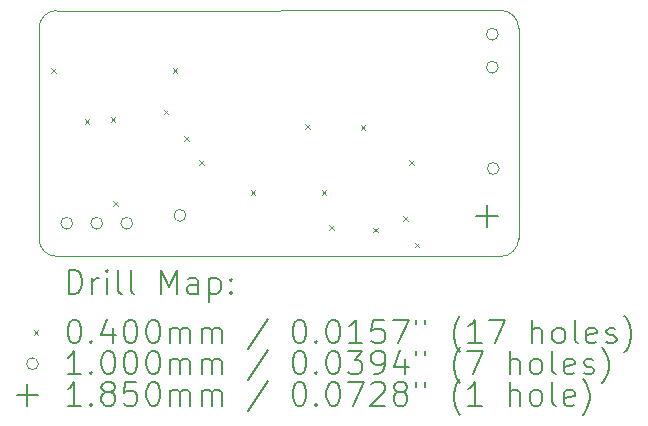
<source format=gbr>
%FSLAX45Y45*%
G04 Gerber Fmt 4.5, Leading zero omitted, Abs format (unit mm)*
G04 Created by KiCad (PCBNEW 5.99.0-unknown-50e22de3ba~95~ubuntu20.04.1) date 2021-01-19 20:46:28*
%MOMM*%
%LPD*%
G01*
G04 APERTURE LIST*
%TA.AperFunction,Profile*%
%ADD10C,0.100000*%
%TD*%
%ADD11C,0.200000*%
%ADD12C,0.040000*%
%ADD13C,0.100000*%
%ADD14C,0.185000*%
G04 APERTURE END LIST*
D10*
X16534700Y-7797000D02*
G75*
G03*
X16684700Y-7647000I0J150000D01*
G01*
X16534700Y-7797000D02*
X12773800Y-7797800D01*
X16684700Y-5865000D02*
X16684700Y-7647000D01*
X16684700Y-5865000D02*
G75*
G03*
X16534700Y-5715000I-150000J0D01*
G01*
X12623800Y-7647800D02*
G75*
G03*
X12773800Y-7797800I150000J0D01*
G01*
X12773800Y-5715800D02*
X16534700Y-5715000D01*
X12623800Y-7647800D02*
X12623800Y-5865800D01*
X12773800Y-5715800D02*
G75*
G03*
X12623800Y-5865800I0J-150000D01*
G01*
D11*
D12*
X12728100Y-6200800D02*
X12768100Y-6240800D01*
X12768100Y-6200800D02*
X12728100Y-6240800D01*
X13011300Y-6635940D02*
X13051300Y-6675940D01*
X13051300Y-6635940D02*
X13011300Y-6675940D01*
X13230000Y-6619020D02*
X13270000Y-6659020D01*
X13270000Y-6619020D02*
X13230000Y-6659020D01*
X13252000Y-7332210D02*
X13292000Y-7372210D01*
X13292000Y-7332210D02*
X13252000Y-7372210D01*
X13680000Y-6555000D02*
X13720000Y-6595000D01*
X13720000Y-6555000D02*
X13680000Y-6595000D01*
X13755000Y-6205000D02*
X13795000Y-6245000D01*
X13795000Y-6205000D02*
X13755000Y-6245000D01*
X13855000Y-6780000D02*
X13895000Y-6820000D01*
X13895000Y-6780000D02*
X13855000Y-6820000D01*
X13980000Y-6980000D02*
X14020000Y-7020000D01*
X14020000Y-6980000D02*
X13980000Y-7020000D01*
X14416500Y-7235780D02*
X14456500Y-7275780D01*
X14456500Y-7235780D02*
X14416500Y-7275780D01*
X14880000Y-6680000D02*
X14920000Y-6720000D01*
X14920000Y-6680000D02*
X14880000Y-6720000D01*
X15016800Y-7235580D02*
X15056800Y-7275580D01*
X15056800Y-7235580D02*
X15016800Y-7275580D01*
X15080000Y-7530000D02*
X15120000Y-7570000D01*
X15120000Y-7530000D02*
X15080000Y-7570000D01*
X15347000Y-6685600D02*
X15387000Y-6725600D01*
X15387000Y-6685600D02*
X15347000Y-6725600D01*
X15455000Y-7555000D02*
X15495000Y-7595000D01*
X15495000Y-7555000D02*
X15455000Y-7595000D01*
X15705000Y-7455000D02*
X15745000Y-7495000D01*
X15745000Y-7455000D02*
X15705000Y-7495000D01*
X15755000Y-6980000D02*
X15795000Y-7020000D01*
X15795000Y-6980000D02*
X15755000Y-7020000D01*
X15805000Y-7680000D02*
X15845000Y-7720000D01*
X15845000Y-7680000D02*
X15805000Y-7720000D01*
D13*
X12909000Y-7516950D02*
G75*
G03*
X12909000Y-7516950I-50000J0D01*
G01*
X13163000Y-7516950D02*
G75*
G03*
X13163000Y-7516950I-50000J0D01*
G01*
X13417000Y-7516950D02*
G75*
G03*
X13417000Y-7516950I-50000J0D01*
G01*
X13867600Y-7450000D02*
G75*
G03*
X13867600Y-7450000I-50000J0D01*
G01*
X16512000Y-5916600D02*
G75*
G03*
X16512000Y-5916600I-50000J0D01*
G01*
X16512000Y-6196000D02*
G75*
G03*
X16512000Y-6196000I-50000J0D01*
G01*
X16520000Y-7053000D02*
G75*
G03*
X16520000Y-7053000I-50000J0D01*
G01*
D14*
X16414000Y-7365500D02*
X16414000Y-7550500D01*
X16321500Y-7458000D02*
X16506500Y-7458000D01*
D11*
X12876419Y-8113276D02*
X12876419Y-7913276D01*
X12924038Y-7913276D01*
X12952609Y-7922800D01*
X12971657Y-7941848D01*
X12981181Y-7960895D01*
X12990705Y-7998990D01*
X12990705Y-8027562D01*
X12981181Y-8065657D01*
X12971657Y-8084705D01*
X12952609Y-8103752D01*
X12924038Y-8113276D01*
X12876419Y-8113276D01*
X13076419Y-8113276D02*
X13076419Y-7979943D01*
X13076419Y-8018038D02*
X13085943Y-7998990D01*
X13095467Y-7989467D01*
X13114514Y-7979943D01*
X13133562Y-7979943D01*
X13200228Y-8113276D02*
X13200228Y-7979943D01*
X13200228Y-7913276D02*
X13190705Y-7922800D01*
X13200228Y-7932324D01*
X13209752Y-7922800D01*
X13200228Y-7913276D01*
X13200228Y-7932324D01*
X13324038Y-8113276D02*
X13304990Y-8103752D01*
X13295467Y-8084705D01*
X13295467Y-7913276D01*
X13428800Y-8113276D02*
X13409752Y-8103752D01*
X13400228Y-8084705D01*
X13400228Y-7913276D01*
X13657371Y-8113276D02*
X13657371Y-7913276D01*
X13724038Y-8056133D01*
X13790705Y-7913276D01*
X13790705Y-8113276D01*
X13971657Y-8113276D02*
X13971657Y-8008514D01*
X13962133Y-7989467D01*
X13943086Y-7979943D01*
X13904990Y-7979943D01*
X13885943Y-7989467D01*
X13971657Y-8103752D02*
X13952609Y-8113276D01*
X13904990Y-8113276D01*
X13885943Y-8103752D01*
X13876419Y-8084705D01*
X13876419Y-8065657D01*
X13885943Y-8046609D01*
X13904990Y-8037086D01*
X13952609Y-8037086D01*
X13971657Y-8027562D01*
X14066895Y-7979943D02*
X14066895Y-8179943D01*
X14066895Y-7989467D02*
X14085943Y-7979943D01*
X14124038Y-7979943D01*
X14143086Y-7989467D01*
X14152609Y-7998990D01*
X14162133Y-8018038D01*
X14162133Y-8075181D01*
X14152609Y-8094228D01*
X14143086Y-8103752D01*
X14124038Y-8113276D01*
X14085943Y-8113276D01*
X14066895Y-8103752D01*
X14247848Y-8094228D02*
X14257371Y-8103752D01*
X14247848Y-8113276D01*
X14238324Y-8103752D01*
X14247848Y-8094228D01*
X14247848Y-8113276D01*
X14247848Y-7989467D02*
X14257371Y-7998990D01*
X14247848Y-8008514D01*
X14238324Y-7998990D01*
X14247848Y-7989467D01*
X14247848Y-8008514D01*
D12*
X12578800Y-8422800D02*
X12618800Y-8462800D01*
X12618800Y-8422800D02*
X12578800Y-8462800D01*
D11*
X12914514Y-8333276D02*
X12933562Y-8333276D01*
X12952609Y-8342800D01*
X12962133Y-8352324D01*
X12971657Y-8371371D01*
X12981181Y-8409467D01*
X12981181Y-8457086D01*
X12971657Y-8495181D01*
X12962133Y-8514229D01*
X12952609Y-8523752D01*
X12933562Y-8533276D01*
X12914514Y-8533276D01*
X12895467Y-8523752D01*
X12885943Y-8514229D01*
X12876419Y-8495181D01*
X12866895Y-8457086D01*
X12866895Y-8409467D01*
X12876419Y-8371371D01*
X12885943Y-8352324D01*
X12895467Y-8342800D01*
X12914514Y-8333276D01*
X13066895Y-8514229D02*
X13076419Y-8523752D01*
X13066895Y-8533276D01*
X13057371Y-8523752D01*
X13066895Y-8514229D01*
X13066895Y-8533276D01*
X13247848Y-8399943D02*
X13247848Y-8533276D01*
X13200228Y-8323752D02*
X13152609Y-8466610D01*
X13276419Y-8466610D01*
X13390705Y-8333276D02*
X13409752Y-8333276D01*
X13428800Y-8342800D01*
X13438324Y-8352324D01*
X13447848Y-8371371D01*
X13457371Y-8409467D01*
X13457371Y-8457086D01*
X13447848Y-8495181D01*
X13438324Y-8514229D01*
X13428800Y-8523752D01*
X13409752Y-8533276D01*
X13390705Y-8533276D01*
X13371657Y-8523752D01*
X13362133Y-8514229D01*
X13352609Y-8495181D01*
X13343086Y-8457086D01*
X13343086Y-8409467D01*
X13352609Y-8371371D01*
X13362133Y-8352324D01*
X13371657Y-8342800D01*
X13390705Y-8333276D01*
X13581181Y-8333276D02*
X13600228Y-8333276D01*
X13619276Y-8342800D01*
X13628800Y-8352324D01*
X13638324Y-8371371D01*
X13647848Y-8409467D01*
X13647848Y-8457086D01*
X13638324Y-8495181D01*
X13628800Y-8514229D01*
X13619276Y-8523752D01*
X13600228Y-8533276D01*
X13581181Y-8533276D01*
X13562133Y-8523752D01*
X13552609Y-8514229D01*
X13543086Y-8495181D01*
X13533562Y-8457086D01*
X13533562Y-8409467D01*
X13543086Y-8371371D01*
X13552609Y-8352324D01*
X13562133Y-8342800D01*
X13581181Y-8333276D01*
X13733562Y-8533276D02*
X13733562Y-8399943D01*
X13733562Y-8418990D02*
X13743086Y-8409467D01*
X13762133Y-8399943D01*
X13790705Y-8399943D01*
X13809752Y-8409467D01*
X13819276Y-8428514D01*
X13819276Y-8533276D01*
X13819276Y-8428514D02*
X13828800Y-8409467D01*
X13847848Y-8399943D01*
X13876419Y-8399943D01*
X13895467Y-8409467D01*
X13904990Y-8428514D01*
X13904990Y-8533276D01*
X14000228Y-8533276D02*
X14000228Y-8399943D01*
X14000228Y-8418990D02*
X14009752Y-8409467D01*
X14028800Y-8399943D01*
X14057371Y-8399943D01*
X14076419Y-8409467D01*
X14085943Y-8428514D01*
X14085943Y-8533276D01*
X14085943Y-8428514D02*
X14095467Y-8409467D01*
X14114514Y-8399943D01*
X14143086Y-8399943D01*
X14162133Y-8409467D01*
X14171657Y-8428514D01*
X14171657Y-8533276D01*
X14562133Y-8323752D02*
X14390705Y-8580895D01*
X14819276Y-8333276D02*
X14838324Y-8333276D01*
X14857371Y-8342800D01*
X14866895Y-8352324D01*
X14876419Y-8371371D01*
X14885943Y-8409467D01*
X14885943Y-8457086D01*
X14876419Y-8495181D01*
X14866895Y-8514229D01*
X14857371Y-8523752D01*
X14838324Y-8533276D01*
X14819276Y-8533276D01*
X14800228Y-8523752D01*
X14790705Y-8514229D01*
X14781181Y-8495181D01*
X14771657Y-8457086D01*
X14771657Y-8409467D01*
X14781181Y-8371371D01*
X14790705Y-8352324D01*
X14800228Y-8342800D01*
X14819276Y-8333276D01*
X14971657Y-8514229D02*
X14981181Y-8523752D01*
X14971657Y-8533276D01*
X14962133Y-8523752D01*
X14971657Y-8514229D01*
X14971657Y-8533276D01*
X15104990Y-8333276D02*
X15124038Y-8333276D01*
X15143086Y-8342800D01*
X15152609Y-8352324D01*
X15162133Y-8371371D01*
X15171657Y-8409467D01*
X15171657Y-8457086D01*
X15162133Y-8495181D01*
X15152609Y-8514229D01*
X15143086Y-8523752D01*
X15124038Y-8533276D01*
X15104990Y-8533276D01*
X15085943Y-8523752D01*
X15076419Y-8514229D01*
X15066895Y-8495181D01*
X15057371Y-8457086D01*
X15057371Y-8409467D01*
X15066895Y-8371371D01*
X15076419Y-8352324D01*
X15085943Y-8342800D01*
X15104990Y-8333276D01*
X15362133Y-8533276D02*
X15247848Y-8533276D01*
X15304990Y-8533276D02*
X15304990Y-8333276D01*
X15285943Y-8361848D01*
X15266895Y-8380895D01*
X15247848Y-8390419D01*
X15543086Y-8333276D02*
X15447848Y-8333276D01*
X15438324Y-8428514D01*
X15447848Y-8418990D01*
X15466895Y-8409467D01*
X15514514Y-8409467D01*
X15533562Y-8418990D01*
X15543086Y-8428514D01*
X15552609Y-8447562D01*
X15552609Y-8495181D01*
X15543086Y-8514229D01*
X15533562Y-8523752D01*
X15514514Y-8533276D01*
X15466895Y-8533276D01*
X15447848Y-8523752D01*
X15438324Y-8514229D01*
X15619276Y-8333276D02*
X15752609Y-8333276D01*
X15666895Y-8533276D01*
X15819276Y-8333276D02*
X15819276Y-8371371D01*
X15895467Y-8333276D02*
X15895467Y-8371371D01*
X16190705Y-8609467D02*
X16181181Y-8599943D01*
X16162133Y-8571371D01*
X16152609Y-8552324D01*
X16143086Y-8523752D01*
X16133562Y-8476133D01*
X16133562Y-8438038D01*
X16143086Y-8390419D01*
X16152609Y-8361848D01*
X16162133Y-8342800D01*
X16181181Y-8314228D01*
X16190705Y-8304705D01*
X16371657Y-8533276D02*
X16257371Y-8533276D01*
X16314514Y-8533276D02*
X16314514Y-8333276D01*
X16295467Y-8361848D01*
X16276419Y-8380895D01*
X16257371Y-8390419D01*
X16438324Y-8333276D02*
X16571657Y-8333276D01*
X16485943Y-8533276D01*
X16800229Y-8533276D02*
X16800229Y-8333276D01*
X16885943Y-8533276D02*
X16885943Y-8428514D01*
X16876419Y-8409467D01*
X16857371Y-8399943D01*
X16828800Y-8399943D01*
X16809752Y-8409467D01*
X16800229Y-8418990D01*
X17009752Y-8533276D02*
X16990705Y-8523752D01*
X16981181Y-8514229D01*
X16971657Y-8495181D01*
X16971657Y-8438038D01*
X16981181Y-8418990D01*
X16990705Y-8409467D01*
X17009752Y-8399943D01*
X17038324Y-8399943D01*
X17057371Y-8409467D01*
X17066895Y-8418990D01*
X17076419Y-8438038D01*
X17076419Y-8495181D01*
X17066895Y-8514229D01*
X17057371Y-8523752D01*
X17038324Y-8533276D01*
X17009752Y-8533276D01*
X17190705Y-8533276D02*
X17171657Y-8523752D01*
X17162133Y-8504705D01*
X17162133Y-8333276D01*
X17343086Y-8523752D02*
X17324038Y-8533276D01*
X17285943Y-8533276D01*
X17266895Y-8523752D01*
X17257371Y-8504705D01*
X17257371Y-8428514D01*
X17266895Y-8409467D01*
X17285943Y-8399943D01*
X17324038Y-8399943D01*
X17343086Y-8409467D01*
X17352610Y-8428514D01*
X17352610Y-8447562D01*
X17257371Y-8466610D01*
X17428800Y-8523752D02*
X17447848Y-8533276D01*
X17485943Y-8533276D01*
X17504990Y-8523752D01*
X17514514Y-8504705D01*
X17514514Y-8495181D01*
X17504990Y-8476133D01*
X17485943Y-8466610D01*
X17457371Y-8466610D01*
X17438324Y-8457086D01*
X17428800Y-8438038D01*
X17428800Y-8428514D01*
X17438324Y-8409467D01*
X17457371Y-8399943D01*
X17485943Y-8399943D01*
X17504990Y-8409467D01*
X17581181Y-8609467D02*
X17590705Y-8599943D01*
X17609752Y-8571371D01*
X17619276Y-8552324D01*
X17628800Y-8523752D01*
X17638324Y-8476133D01*
X17638324Y-8438038D01*
X17628800Y-8390419D01*
X17619276Y-8361848D01*
X17609752Y-8342800D01*
X17590705Y-8314228D01*
X17581181Y-8304705D01*
D13*
X12618800Y-8706800D02*
G75*
G03*
X12618800Y-8706800I-50000J0D01*
G01*
D11*
X12981181Y-8797276D02*
X12866895Y-8797276D01*
X12924038Y-8797276D02*
X12924038Y-8597276D01*
X12904990Y-8625848D01*
X12885943Y-8644895D01*
X12866895Y-8654419D01*
X13066895Y-8778229D02*
X13076419Y-8787752D01*
X13066895Y-8797276D01*
X13057371Y-8787752D01*
X13066895Y-8778229D01*
X13066895Y-8797276D01*
X13200228Y-8597276D02*
X13219276Y-8597276D01*
X13238324Y-8606800D01*
X13247848Y-8616324D01*
X13257371Y-8635371D01*
X13266895Y-8673467D01*
X13266895Y-8721086D01*
X13257371Y-8759181D01*
X13247848Y-8778229D01*
X13238324Y-8787752D01*
X13219276Y-8797276D01*
X13200228Y-8797276D01*
X13181181Y-8787752D01*
X13171657Y-8778229D01*
X13162133Y-8759181D01*
X13152609Y-8721086D01*
X13152609Y-8673467D01*
X13162133Y-8635371D01*
X13171657Y-8616324D01*
X13181181Y-8606800D01*
X13200228Y-8597276D01*
X13390705Y-8597276D02*
X13409752Y-8597276D01*
X13428800Y-8606800D01*
X13438324Y-8616324D01*
X13447848Y-8635371D01*
X13457371Y-8673467D01*
X13457371Y-8721086D01*
X13447848Y-8759181D01*
X13438324Y-8778229D01*
X13428800Y-8787752D01*
X13409752Y-8797276D01*
X13390705Y-8797276D01*
X13371657Y-8787752D01*
X13362133Y-8778229D01*
X13352609Y-8759181D01*
X13343086Y-8721086D01*
X13343086Y-8673467D01*
X13352609Y-8635371D01*
X13362133Y-8616324D01*
X13371657Y-8606800D01*
X13390705Y-8597276D01*
X13581181Y-8597276D02*
X13600228Y-8597276D01*
X13619276Y-8606800D01*
X13628800Y-8616324D01*
X13638324Y-8635371D01*
X13647848Y-8673467D01*
X13647848Y-8721086D01*
X13638324Y-8759181D01*
X13628800Y-8778229D01*
X13619276Y-8787752D01*
X13600228Y-8797276D01*
X13581181Y-8797276D01*
X13562133Y-8787752D01*
X13552609Y-8778229D01*
X13543086Y-8759181D01*
X13533562Y-8721086D01*
X13533562Y-8673467D01*
X13543086Y-8635371D01*
X13552609Y-8616324D01*
X13562133Y-8606800D01*
X13581181Y-8597276D01*
X13733562Y-8797276D02*
X13733562Y-8663943D01*
X13733562Y-8682990D02*
X13743086Y-8673467D01*
X13762133Y-8663943D01*
X13790705Y-8663943D01*
X13809752Y-8673467D01*
X13819276Y-8692514D01*
X13819276Y-8797276D01*
X13819276Y-8692514D02*
X13828800Y-8673467D01*
X13847848Y-8663943D01*
X13876419Y-8663943D01*
X13895467Y-8673467D01*
X13904990Y-8692514D01*
X13904990Y-8797276D01*
X14000228Y-8797276D02*
X14000228Y-8663943D01*
X14000228Y-8682990D02*
X14009752Y-8673467D01*
X14028800Y-8663943D01*
X14057371Y-8663943D01*
X14076419Y-8673467D01*
X14085943Y-8692514D01*
X14085943Y-8797276D01*
X14085943Y-8692514D02*
X14095467Y-8673467D01*
X14114514Y-8663943D01*
X14143086Y-8663943D01*
X14162133Y-8673467D01*
X14171657Y-8692514D01*
X14171657Y-8797276D01*
X14562133Y-8587752D02*
X14390705Y-8844895D01*
X14819276Y-8597276D02*
X14838324Y-8597276D01*
X14857371Y-8606800D01*
X14866895Y-8616324D01*
X14876419Y-8635371D01*
X14885943Y-8673467D01*
X14885943Y-8721086D01*
X14876419Y-8759181D01*
X14866895Y-8778229D01*
X14857371Y-8787752D01*
X14838324Y-8797276D01*
X14819276Y-8797276D01*
X14800228Y-8787752D01*
X14790705Y-8778229D01*
X14781181Y-8759181D01*
X14771657Y-8721086D01*
X14771657Y-8673467D01*
X14781181Y-8635371D01*
X14790705Y-8616324D01*
X14800228Y-8606800D01*
X14819276Y-8597276D01*
X14971657Y-8778229D02*
X14981181Y-8787752D01*
X14971657Y-8797276D01*
X14962133Y-8787752D01*
X14971657Y-8778229D01*
X14971657Y-8797276D01*
X15104990Y-8597276D02*
X15124038Y-8597276D01*
X15143086Y-8606800D01*
X15152609Y-8616324D01*
X15162133Y-8635371D01*
X15171657Y-8673467D01*
X15171657Y-8721086D01*
X15162133Y-8759181D01*
X15152609Y-8778229D01*
X15143086Y-8787752D01*
X15124038Y-8797276D01*
X15104990Y-8797276D01*
X15085943Y-8787752D01*
X15076419Y-8778229D01*
X15066895Y-8759181D01*
X15057371Y-8721086D01*
X15057371Y-8673467D01*
X15066895Y-8635371D01*
X15076419Y-8616324D01*
X15085943Y-8606800D01*
X15104990Y-8597276D01*
X15238324Y-8597276D02*
X15362133Y-8597276D01*
X15295467Y-8673467D01*
X15324038Y-8673467D01*
X15343086Y-8682990D01*
X15352609Y-8692514D01*
X15362133Y-8711562D01*
X15362133Y-8759181D01*
X15352609Y-8778229D01*
X15343086Y-8787752D01*
X15324038Y-8797276D01*
X15266895Y-8797276D01*
X15247848Y-8787752D01*
X15238324Y-8778229D01*
X15457371Y-8797276D02*
X15495467Y-8797276D01*
X15514514Y-8787752D01*
X15524038Y-8778229D01*
X15543086Y-8749657D01*
X15552609Y-8711562D01*
X15552609Y-8635371D01*
X15543086Y-8616324D01*
X15533562Y-8606800D01*
X15514514Y-8597276D01*
X15476419Y-8597276D01*
X15457371Y-8606800D01*
X15447848Y-8616324D01*
X15438324Y-8635371D01*
X15438324Y-8682990D01*
X15447848Y-8702038D01*
X15457371Y-8711562D01*
X15476419Y-8721086D01*
X15514514Y-8721086D01*
X15533562Y-8711562D01*
X15543086Y-8702038D01*
X15552609Y-8682990D01*
X15724038Y-8663943D02*
X15724038Y-8797276D01*
X15676419Y-8587752D02*
X15628800Y-8730610D01*
X15752609Y-8730610D01*
X15819276Y-8597276D02*
X15819276Y-8635371D01*
X15895467Y-8597276D02*
X15895467Y-8635371D01*
X16190705Y-8873467D02*
X16181181Y-8863943D01*
X16162133Y-8835371D01*
X16152609Y-8816324D01*
X16143086Y-8787752D01*
X16133562Y-8740133D01*
X16133562Y-8702038D01*
X16143086Y-8654419D01*
X16152609Y-8625848D01*
X16162133Y-8606800D01*
X16181181Y-8578229D01*
X16190705Y-8568705D01*
X16247848Y-8597276D02*
X16381181Y-8597276D01*
X16295467Y-8797276D01*
X16609752Y-8797276D02*
X16609752Y-8597276D01*
X16695467Y-8797276D02*
X16695467Y-8692514D01*
X16685943Y-8673467D01*
X16666895Y-8663943D01*
X16638324Y-8663943D01*
X16619276Y-8673467D01*
X16609752Y-8682990D01*
X16819276Y-8797276D02*
X16800229Y-8787752D01*
X16790705Y-8778229D01*
X16781181Y-8759181D01*
X16781181Y-8702038D01*
X16790705Y-8682990D01*
X16800229Y-8673467D01*
X16819276Y-8663943D01*
X16847848Y-8663943D01*
X16866895Y-8673467D01*
X16876419Y-8682990D01*
X16885943Y-8702038D01*
X16885943Y-8759181D01*
X16876419Y-8778229D01*
X16866895Y-8787752D01*
X16847848Y-8797276D01*
X16819276Y-8797276D01*
X17000229Y-8797276D02*
X16981181Y-8787752D01*
X16971657Y-8768705D01*
X16971657Y-8597276D01*
X17152610Y-8787752D02*
X17133562Y-8797276D01*
X17095467Y-8797276D01*
X17076419Y-8787752D01*
X17066895Y-8768705D01*
X17066895Y-8692514D01*
X17076419Y-8673467D01*
X17095467Y-8663943D01*
X17133562Y-8663943D01*
X17152610Y-8673467D01*
X17162133Y-8692514D01*
X17162133Y-8711562D01*
X17066895Y-8730610D01*
X17238324Y-8787752D02*
X17257371Y-8797276D01*
X17295467Y-8797276D01*
X17314514Y-8787752D01*
X17324038Y-8768705D01*
X17324038Y-8759181D01*
X17314514Y-8740133D01*
X17295467Y-8730610D01*
X17266895Y-8730610D01*
X17247848Y-8721086D01*
X17238324Y-8702038D01*
X17238324Y-8692514D01*
X17247848Y-8673467D01*
X17266895Y-8663943D01*
X17295467Y-8663943D01*
X17314514Y-8673467D01*
X17390705Y-8873467D02*
X17400229Y-8863943D01*
X17419276Y-8835371D01*
X17428800Y-8816324D01*
X17438324Y-8787752D01*
X17447848Y-8740133D01*
X17447848Y-8702038D01*
X17438324Y-8654419D01*
X17428800Y-8625848D01*
X17419276Y-8606800D01*
X17400229Y-8578229D01*
X17390705Y-8568705D01*
D14*
X12526300Y-8878300D02*
X12526300Y-9063300D01*
X12433800Y-8970800D02*
X12618800Y-8970800D01*
D11*
X12981181Y-9061276D02*
X12866895Y-9061276D01*
X12924038Y-9061276D02*
X12924038Y-8861276D01*
X12904990Y-8889848D01*
X12885943Y-8908895D01*
X12866895Y-8918419D01*
X13066895Y-9042229D02*
X13076419Y-9051752D01*
X13066895Y-9061276D01*
X13057371Y-9051752D01*
X13066895Y-9042229D01*
X13066895Y-9061276D01*
X13190705Y-8946990D02*
X13171657Y-8937467D01*
X13162133Y-8927943D01*
X13152609Y-8908895D01*
X13152609Y-8899371D01*
X13162133Y-8880324D01*
X13171657Y-8870800D01*
X13190705Y-8861276D01*
X13228800Y-8861276D01*
X13247848Y-8870800D01*
X13257371Y-8880324D01*
X13266895Y-8899371D01*
X13266895Y-8908895D01*
X13257371Y-8927943D01*
X13247848Y-8937467D01*
X13228800Y-8946990D01*
X13190705Y-8946990D01*
X13171657Y-8956514D01*
X13162133Y-8966038D01*
X13152609Y-8985086D01*
X13152609Y-9023181D01*
X13162133Y-9042229D01*
X13171657Y-9051752D01*
X13190705Y-9061276D01*
X13228800Y-9061276D01*
X13247848Y-9051752D01*
X13257371Y-9042229D01*
X13266895Y-9023181D01*
X13266895Y-8985086D01*
X13257371Y-8966038D01*
X13247848Y-8956514D01*
X13228800Y-8946990D01*
X13447848Y-8861276D02*
X13352609Y-8861276D01*
X13343086Y-8956514D01*
X13352609Y-8946990D01*
X13371657Y-8937467D01*
X13419276Y-8937467D01*
X13438324Y-8946990D01*
X13447848Y-8956514D01*
X13457371Y-8975562D01*
X13457371Y-9023181D01*
X13447848Y-9042229D01*
X13438324Y-9051752D01*
X13419276Y-9061276D01*
X13371657Y-9061276D01*
X13352609Y-9051752D01*
X13343086Y-9042229D01*
X13581181Y-8861276D02*
X13600228Y-8861276D01*
X13619276Y-8870800D01*
X13628800Y-8880324D01*
X13638324Y-8899371D01*
X13647848Y-8937467D01*
X13647848Y-8985086D01*
X13638324Y-9023181D01*
X13628800Y-9042229D01*
X13619276Y-9051752D01*
X13600228Y-9061276D01*
X13581181Y-9061276D01*
X13562133Y-9051752D01*
X13552609Y-9042229D01*
X13543086Y-9023181D01*
X13533562Y-8985086D01*
X13533562Y-8937467D01*
X13543086Y-8899371D01*
X13552609Y-8880324D01*
X13562133Y-8870800D01*
X13581181Y-8861276D01*
X13733562Y-9061276D02*
X13733562Y-8927943D01*
X13733562Y-8946990D02*
X13743086Y-8937467D01*
X13762133Y-8927943D01*
X13790705Y-8927943D01*
X13809752Y-8937467D01*
X13819276Y-8956514D01*
X13819276Y-9061276D01*
X13819276Y-8956514D02*
X13828800Y-8937467D01*
X13847848Y-8927943D01*
X13876419Y-8927943D01*
X13895467Y-8937467D01*
X13904990Y-8956514D01*
X13904990Y-9061276D01*
X14000228Y-9061276D02*
X14000228Y-8927943D01*
X14000228Y-8946990D02*
X14009752Y-8937467D01*
X14028800Y-8927943D01*
X14057371Y-8927943D01*
X14076419Y-8937467D01*
X14085943Y-8956514D01*
X14085943Y-9061276D01*
X14085943Y-8956514D02*
X14095467Y-8937467D01*
X14114514Y-8927943D01*
X14143086Y-8927943D01*
X14162133Y-8937467D01*
X14171657Y-8956514D01*
X14171657Y-9061276D01*
X14562133Y-8851752D02*
X14390705Y-9108895D01*
X14819276Y-8861276D02*
X14838324Y-8861276D01*
X14857371Y-8870800D01*
X14866895Y-8880324D01*
X14876419Y-8899371D01*
X14885943Y-8937467D01*
X14885943Y-8985086D01*
X14876419Y-9023181D01*
X14866895Y-9042229D01*
X14857371Y-9051752D01*
X14838324Y-9061276D01*
X14819276Y-9061276D01*
X14800228Y-9051752D01*
X14790705Y-9042229D01*
X14781181Y-9023181D01*
X14771657Y-8985086D01*
X14771657Y-8937467D01*
X14781181Y-8899371D01*
X14790705Y-8880324D01*
X14800228Y-8870800D01*
X14819276Y-8861276D01*
X14971657Y-9042229D02*
X14981181Y-9051752D01*
X14971657Y-9061276D01*
X14962133Y-9051752D01*
X14971657Y-9042229D01*
X14971657Y-9061276D01*
X15104990Y-8861276D02*
X15124038Y-8861276D01*
X15143086Y-8870800D01*
X15152609Y-8880324D01*
X15162133Y-8899371D01*
X15171657Y-8937467D01*
X15171657Y-8985086D01*
X15162133Y-9023181D01*
X15152609Y-9042229D01*
X15143086Y-9051752D01*
X15124038Y-9061276D01*
X15104990Y-9061276D01*
X15085943Y-9051752D01*
X15076419Y-9042229D01*
X15066895Y-9023181D01*
X15057371Y-8985086D01*
X15057371Y-8937467D01*
X15066895Y-8899371D01*
X15076419Y-8880324D01*
X15085943Y-8870800D01*
X15104990Y-8861276D01*
X15238324Y-8861276D02*
X15371657Y-8861276D01*
X15285943Y-9061276D01*
X15438324Y-8880324D02*
X15447848Y-8870800D01*
X15466895Y-8861276D01*
X15514514Y-8861276D01*
X15533562Y-8870800D01*
X15543086Y-8880324D01*
X15552609Y-8899371D01*
X15552609Y-8918419D01*
X15543086Y-8946990D01*
X15428800Y-9061276D01*
X15552609Y-9061276D01*
X15666895Y-8946990D02*
X15647848Y-8937467D01*
X15638324Y-8927943D01*
X15628800Y-8908895D01*
X15628800Y-8899371D01*
X15638324Y-8880324D01*
X15647848Y-8870800D01*
X15666895Y-8861276D01*
X15704990Y-8861276D01*
X15724038Y-8870800D01*
X15733562Y-8880324D01*
X15743086Y-8899371D01*
X15743086Y-8908895D01*
X15733562Y-8927943D01*
X15724038Y-8937467D01*
X15704990Y-8946990D01*
X15666895Y-8946990D01*
X15647848Y-8956514D01*
X15638324Y-8966038D01*
X15628800Y-8985086D01*
X15628800Y-9023181D01*
X15638324Y-9042229D01*
X15647848Y-9051752D01*
X15666895Y-9061276D01*
X15704990Y-9061276D01*
X15724038Y-9051752D01*
X15733562Y-9042229D01*
X15743086Y-9023181D01*
X15743086Y-8985086D01*
X15733562Y-8966038D01*
X15724038Y-8956514D01*
X15704990Y-8946990D01*
X15819276Y-8861276D02*
X15819276Y-8899371D01*
X15895467Y-8861276D02*
X15895467Y-8899371D01*
X16190705Y-9137467D02*
X16181181Y-9127943D01*
X16162133Y-9099371D01*
X16152609Y-9080324D01*
X16143086Y-9051752D01*
X16133562Y-9004133D01*
X16133562Y-8966038D01*
X16143086Y-8918419D01*
X16152609Y-8889848D01*
X16162133Y-8870800D01*
X16181181Y-8842229D01*
X16190705Y-8832705D01*
X16371657Y-9061276D02*
X16257371Y-9061276D01*
X16314514Y-9061276D02*
X16314514Y-8861276D01*
X16295467Y-8889848D01*
X16276419Y-8908895D01*
X16257371Y-8918419D01*
X16609752Y-9061276D02*
X16609752Y-8861276D01*
X16695467Y-9061276D02*
X16695467Y-8956514D01*
X16685943Y-8937467D01*
X16666895Y-8927943D01*
X16638324Y-8927943D01*
X16619276Y-8937467D01*
X16609752Y-8946990D01*
X16819276Y-9061276D02*
X16800229Y-9051752D01*
X16790705Y-9042229D01*
X16781181Y-9023181D01*
X16781181Y-8966038D01*
X16790705Y-8946990D01*
X16800229Y-8937467D01*
X16819276Y-8927943D01*
X16847848Y-8927943D01*
X16866895Y-8937467D01*
X16876419Y-8946990D01*
X16885943Y-8966038D01*
X16885943Y-9023181D01*
X16876419Y-9042229D01*
X16866895Y-9051752D01*
X16847848Y-9061276D01*
X16819276Y-9061276D01*
X17000229Y-9061276D02*
X16981181Y-9051752D01*
X16971657Y-9032705D01*
X16971657Y-8861276D01*
X17152610Y-9051752D02*
X17133562Y-9061276D01*
X17095467Y-9061276D01*
X17076419Y-9051752D01*
X17066895Y-9032705D01*
X17066895Y-8956514D01*
X17076419Y-8937467D01*
X17095467Y-8927943D01*
X17133562Y-8927943D01*
X17152610Y-8937467D01*
X17162133Y-8956514D01*
X17162133Y-8975562D01*
X17066895Y-8994610D01*
X17228800Y-9137467D02*
X17238324Y-9127943D01*
X17257371Y-9099371D01*
X17266895Y-9080324D01*
X17276419Y-9051752D01*
X17285943Y-9004133D01*
X17285943Y-8966038D01*
X17276419Y-8918419D01*
X17266895Y-8889848D01*
X17257371Y-8870800D01*
X17238324Y-8842229D01*
X17228800Y-8832705D01*
M02*

</source>
